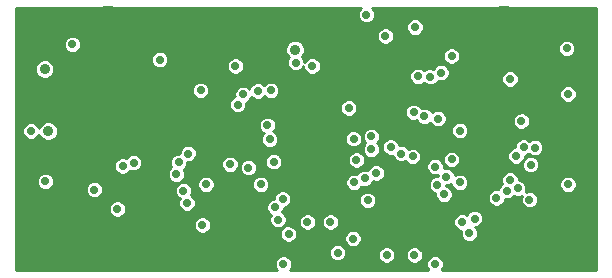
<source format=gbr>
G04 (created by PCBNEW (2013-mar-13)-testing) date Mon 17 Mar 2014 10:10:55 PM CET*
%MOIN*%
G04 Gerber Fmt 3.4, Leading zero omitted, Abs format*
%FSLAX34Y34*%
G01*
G70*
G90*
G04 APERTURE LIST*
%ADD10C,0.005906*%
%ADD11C,0.175197*%
%ADD12C,0.027795*%
%ADD13C,0.035433*%
%ADD14C,0.010000*%
G04 APERTURE END LIST*
G54D10*
G54D11*
X29035Y-11220D03*
X29035Y-18307D03*
X15846Y-18307D03*
X15846Y-11220D03*
G54D12*
X28051Y-17421D03*
X27637Y-17539D03*
X21141Y-14311D03*
X29685Y-15039D03*
X29429Y-15334D03*
X16141Y-17106D03*
X21673Y-18937D03*
X26732Y-18937D03*
X15374Y-16456D03*
X14645Y-11614D03*
X24448Y-10629D03*
X26830Y-14094D03*
X26377Y-14015D03*
X26023Y-13877D03*
X27106Y-16023D03*
X26732Y-15688D03*
X26574Y-12696D03*
X26161Y-12677D03*
X24780Y-15900D03*
X27559Y-16220D03*
X21259Y-13149D03*
X29232Y-16141D03*
X27283Y-12007D03*
X27283Y-15452D03*
X25078Y-11338D03*
X26929Y-12559D03*
X26062Y-11043D03*
X27559Y-14488D03*
X24015Y-14763D03*
X21220Y-14780D03*
X18464Y-16909D03*
X24488Y-16811D03*
X18188Y-15551D03*
X24606Y-15118D03*
X20511Y-15728D03*
X16685Y-15559D03*
X18346Y-16496D03*
X18503Y-15255D03*
X19901Y-15610D03*
X24606Y-14685D03*
X24035Y-16220D03*
X21397Y-17047D03*
X24389Y-16082D03*
X21653Y-16771D03*
X21850Y-17933D03*
X23484Y-18562D03*
X18110Y-15944D03*
X18917Y-13149D03*
X19094Y-16279D03*
X20925Y-16279D03*
X20157Y-13622D03*
X27027Y-16614D03*
X28779Y-16732D03*
X26811Y-16299D03*
X29133Y-16496D03*
X23996Y-18090D03*
X23248Y-17539D03*
X29488Y-16417D03*
X29881Y-16791D03*
X30059Y-15059D03*
X29921Y-15629D03*
X25610Y-15255D03*
X20826Y-13169D03*
X20334Y-13287D03*
X25255Y-15039D03*
G54D13*
X13838Y-14507D03*
G54D12*
X31122Y-11751D03*
X31161Y-13267D03*
X31161Y-16279D03*
X13740Y-16181D03*
X13267Y-14507D03*
X17559Y-12125D03*
X21358Y-15531D03*
X24114Y-15472D03*
G54D13*
X13720Y-12440D03*
G54D12*
X25984Y-15354D03*
X20078Y-12342D03*
X15586Y-14826D03*
X18897Y-12716D03*
X19023Y-16960D03*
G54D13*
X13740Y-12933D03*
X14212Y-10748D03*
G54D12*
X17362Y-17007D03*
X22204Y-13996D03*
X20826Y-14074D03*
X19015Y-15275D03*
X21870Y-16456D03*
G54D13*
X18956Y-13582D03*
G54D12*
X16692Y-16240D03*
X20275Y-17519D03*
X18228Y-18149D03*
X26259Y-16003D03*
X27401Y-18779D03*
X21555Y-11811D03*
X24488Y-18641D03*
X22027Y-12933D03*
X28307Y-13740D03*
X29606Y-14665D03*
X21692Y-16062D03*
X23858Y-12992D03*
X31102Y-12500D03*
X31102Y-17027D03*
X13779Y-17027D03*
X26043Y-18641D03*
X22637Y-12342D03*
X22086Y-12224D03*
X18976Y-17637D03*
X21496Y-17460D03*
X16318Y-15669D03*
X29606Y-14173D03*
G54D13*
X22066Y-11791D03*
G54D12*
X29232Y-12775D03*
X23858Y-13740D03*
X22480Y-17539D03*
X27874Y-17913D03*
X25118Y-18641D03*
G54D10*
G36*
X32113Y-19121D02*
X31450Y-19121D01*
X31450Y-16222D01*
X31450Y-13210D01*
X31411Y-13115D01*
X31411Y-11694D01*
X31367Y-11588D01*
X31285Y-11507D01*
X31179Y-11463D01*
X31064Y-11462D01*
X30958Y-11506D01*
X30877Y-11588D01*
X30833Y-11694D01*
X30833Y-11809D01*
X30876Y-11915D01*
X30958Y-11996D01*
X31064Y-12040D01*
X31179Y-12040D01*
X31285Y-11997D01*
X31366Y-11915D01*
X31410Y-11809D01*
X31411Y-11694D01*
X31411Y-13115D01*
X31406Y-13104D01*
X31325Y-13022D01*
X31219Y-12978D01*
X31104Y-12978D01*
X30997Y-13022D01*
X30916Y-13103D01*
X30872Y-13209D01*
X30872Y-13324D01*
X30916Y-13431D01*
X30997Y-13512D01*
X31103Y-13556D01*
X31218Y-13556D01*
X31324Y-13512D01*
X31406Y-13431D01*
X31450Y-13325D01*
X31450Y-13210D01*
X31450Y-16222D01*
X31406Y-16116D01*
X31325Y-16034D01*
X31219Y-15990D01*
X31104Y-15990D01*
X30997Y-16034D01*
X30916Y-16115D01*
X30872Y-16221D01*
X30872Y-16336D01*
X30916Y-16443D01*
X30997Y-16524D01*
X31103Y-16568D01*
X31218Y-16568D01*
X31324Y-16524D01*
X31406Y-16443D01*
X31450Y-16337D01*
X31450Y-16222D01*
X31450Y-19121D01*
X30348Y-19121D01*
X30348Y-15001D01*
X30304Y-14895D01*
X30222Y-14814D01*
X30116Y-14770D01*
X30001Y-14770D01*
X29895Y-14813D01*
X29895Y-14814D01*
X29895Y-14115D01*
X29851Y-14009D01*
X29770Y-13928D01*
X29664Y-13884D01*
X29549Y-13884D01*
X29521Y-13895D01*
X29521Y-12718D01*
X29477Y-12612D01*
X29396Y-12530D01*
X29290Y-12486D01*
X29175Y-12486D01*
X29068Y-12530D01*
X28987Y-12611D01*
X28943Y-12717D01*
X28943Y-12832D01*
X28987Y-12939D01*
X29068Y-13020D01*
X29174Y-13064D01*
X29289Y-13064D01*
X29395Y-13020D01*
X29477Y-12939D01*
X29521Y-12833D01*
X29521Y-12718D01*
X29521Y-13895D01*
X29442Y-13928D01*
X29361Y-14009D01*
X29317Y-14115D01*
X29317Y-14230D01*
X29361Y-14336D01*
X29442Y-14418D01*
X29548Y-14462D01*
X29663Y-14462D01*
X29769Y-14418D01*
X29851Y-14337D01*
X29895Y-14230D01*
X29895Y-14115D01*
X29895Y-14814D01*
X29881Y-14827D01*
X29848Y-14794D01*
X29742Y-14750D01*
X29627Y-14750D01*
X29521Y-14794D01*
X29440Y-14875D01*
X29396Y-14981D01*
X29396Y-15045D01*
X29371Y-15045D01*
X29265Y-15089D01*
X29184Y-15170D01*
X29140Y-15276D01*
X29140Y-15391D01*
X29184Y-15498D01*
X29265Y-15579D01*
X29371Y-15623D01*
X29486Y-15623D01*
X29592Y-15579D01*
X29655Y-15517D01*
X29632Y-15572D01*
X29632Y-15687D01*
X29676Y-15793D01*
X29757Y-15874D01*
X29863Y-15918D01*
X29978Y-15918D01*
X30084Y-15875D01*
X30166Y-15793D01*
X30210Y-15687D01*
X30210Y-15572D01*
X30166Y-15466D01*
X30085Y-15385D01*
X29978Y-15340D01*
X29864Y-15340D01*
X29757Y-15384D01*
X29695Y-15447D01*
X29718Y-15392D01*
X29718Y-15328D01*
X29742Y-15328D01*
X29848Y-15284D01*
X29862Y-15270D01*
X29895Y-15303D01*
X30001Y-15347D01*
X30116Y-15348D01*
X30222Y-15304D01*
X30303Y-15222D01*
X30347Y-15116D01*
X30348Y-15001D01*
X30348Y-19121D01*
X30170Y-19121D01*
X30170Y-16734D01*
X30127Y-16627D01*
X30045Y-16546D01*
X29939Y-16502D01*
X29824Y-16502D01*
X29753Y-16531D01*
X29777Y-16475D01*
X29777Y-16360D01*
X29733Y-16253D01*
X29652Y-16172D01*
X29545Y-16128D01*
X29521Y-16128D01*
X29521Y-16084D01*
X29477Y-15978D01*
X29396Y-15896D01*
X29290Y-15852D01*
X29175Y-15852D01*
X29068Y-15896D01*
X28987Y-15977D01*
X28943Y-16083D01*
X28943Y-16198D01*
X28966Y-16254D01*
X28889Y-16332D01*
X28844Y-16438D01*
X28844Y-16446D01*
X28837Y-16443D01*
X28722Y-16443D01*
X28616Y-16487D01*
X28534Y-16568D01*
X28490Y-16674D01*
X28490Y-16789D01*
X28534Y-16895D01*
X28615Y-16977D01*
X28721Y-17021D01*
X28836Y-17021D01*
X28943Y-16977D01*
X29024Y-16896D01*
X29068Y-16790D01*
X29068Y-16781D01*
X29076Y-16784D01*
X29191Y-16785D01*
X29297Y-16741D01*
X29361Y-16677D01*
X29430Y-16706D01*
X29545Y-16706D01*
X29616Y-16676D01*
X29592Y-16733D01*
X29592Y-16848D01*
X29636Y-16954D01*
X29717Y-17036D01*
X29824Y-17080D01*
X29939Y-17080D01*
X30045Y-17036D01*
X30126Y-16955D01*
X30170Y-16849D01*
X30170Y-16734D01*
X30170Y-19121D01*
X28340Y-19121D01*
X28340Y-17364D01*
X28296Y-17257D01*
X28215Y-17176D01*
X28108Y-17132D01*
X27993Y-17132D01*
X27887Y-17176D01*
X27848Y-17215D01*
X27848Y-16163D01*
X27848Y-14430D01*
X27804Y-14324D01*
X27722Y-14243D01*
X27616Y-14199D01*
X27572Y-14199D01*
X27572Y-11950D01*
X27528Y-11844D01*
X27447Y-11763D01*
X27341Y-11718D01*
X27226Y-11718D01*
X27119Y-11762D01*
X27038Y-11843D01*
X26994Y-11950D01*
X26994Y-12065D01*
X27038Y-12171D01*
X27119Y-12252D01*
X27225Y-12296D01*
X27340Y-12296D01*
X27446Y-12252D01*
X27528Y-12171D01*
X27572Y-12065D01*
X27572Y-11950D01*
X27572Y-14199D01*
X27501Y-14199D01*
X27395Y-14243D01*
X27314Y-14324D01*
X27270Y-14430D01*
X27270Y-14545D01*
X27313Y-14651D01*
X27395Y-14733D01*
X27501Y-14777D01*
X27616Y-14777D01*
X27722Y-14733D01*
X27803Y-14652D01*
X27847Y-14545D01*
X27848Y-14430D01*
X27848Y-16163D01*
X27804Y-16056D01*
X27722Y-15975D01*
X27616Y-15931D01*
X27572Y-15931D01*
X27572Y-15395D01*
X27528Y-15289D01*
X27447Y-15207D01*
X27341Y-15163D01*
X27226Y-15163D01*
X27218Y-15167D01*
X27218Y-12501D01*
X27174Y-12395D01*
X27093Y-12314D01*
X26986Y-12270D01*
X26871Y-12270D01*
X26765Y-12313D01*
X26684Y-12395D01*
X26672Y-12424D01*
X26632Y-12407D01*
X26517Y-12407D01*
X26411Y-12451D01*
X26377Y-12485D01*
X26352Y-12459D01*
X26352Y-10986D01*
X26308Y-10879D01*
X26226Y-10798D01*
X26120Y-10754D01*
X26005Y-10754D01*
X25899Y-10798D01*
X25818Y-10879D01*
X25774Y-10985D01*
X25773Y-11100D01*
X25817Y-11206D01*
X25899Y-11288D01*
X26005Y-11332D01*
X26120Y-11332D01*
X26226Y-11288D01*
X26307Y-11207D01*
X26351Y-11101D01*
X26352Y-10986D01*
X26352Y-12459D01*
X26325Y-12432D01*
X26219Y-12388D01*
X26104Y-12388D01*
X25997Y-12432D01*
X25916Y-12513D01*
X25872Y-12619D01*
X25872Y-12734D01*
X25916Y-12840D01*
X25997Y-12922D01*
X26103Y-12966D01*
X26218Y-12966D01*
X26324Y-12922D01*
X26358Y-12888D01*
X26410Y-12941D01*
X26517Y-12985D01*
X26632Y-12985D01*
X26738Y-12941D01*
X26819Y-12860D01*
X26831Y-12831D01*
X26871Y-12847D01*
X26986Y-12848D01*
X27092Y-12804D01*
X27173Y-12722D01*
X27218Y-12616D01*
X27218Y-12501D01*
X27218Y-15167D01*
X27119Y-15207D01*
X27119Y-15207D01*
X27119Y-14037D01*
X27075Y-13931D01*
X26994Y-13849D01*
X26888Y-13805D01*
X26773Y-13805D01*
X26667Y-13849D01*
X26635Y-13881D01*
X26623Y-13852D01*
X26541Y-13770D01*
X26435Y-13726D01*
X26320Y-13726D01*
X26280Y-13743D01*
X26268Y-13714D01*
X26187Y-13633D01*
X26081Y-13589D01*
X25966Y-13588D01*
X25860Y-13632D01*
X25778Y-13714D01*
X25734Y-13820D01*
X25734Y-13935D01*
X25778Y-14041D01*
X25859Y-14122D01*
X25965Y-14166D01*
X26080Y-14166D01*
X26120Y-14150D01*
X26132Y-14179D01*
X26214Y-14260D01*
X26320Y-14304D01*
X26435Y-14304D01*
X26541Y-14260D01*
X26573Y-14228D01*
X26585Y-14257D01*
X26666Y-14339D01*
X26772Y-14383D01*
X26887Y-14383D01*
X26994Y-14339D01*
X27075Y-14258D01*
X27119Y-14152D01*
X27119Y-14037D01*
X27119Y-15207D01*
X27038Y-15288D01*
X26994Y-15395D01*
X26994Y-15509D01*
X27038Y-15616D01*
X27119Y-15697D01*
X27225Y-15741D01*
X27340Y-15741D01*
X27446Y-15697D01*
X27528Y-15616D01*
X27572Y-15510D01*
X27572Y-15395D01*
X27572Y-15931D01*
X27501Y-15931D01*
X27395Y-15975D01*
X27395Y-15975D01*
X27395Y-15966D01*
X27351Y-15860D01*
X27270Y-15778D01*
X27164Y-15734D01*
X27049Y-15734D01*
X27021Y-15746D01*
X27021Y-15631D01*
X26977Y-15525D01*
X26896Y-15444D01*
X26790Y-15400D01*
X26675Y-15399D01*
X26568Y-15443D01*
X26487Y-15525D01*
X26443Y-15631D01*
X26443Y-15746D01*
X26487Y-15852D01*
X26568Y-15933D01*
X26674Y-15977D01*
X26789Y-15978D01*
X26817Y-15966D01*
X26817Y-16010D01*
X26753Y-16010D01*
X26647Y-16054D01*
X26566Y-16135D01*
X26522Y-16241D01*
X26521Y-16356D01*
X26565Y-16462D01*
X26647Y-16544D01*
X26738Y-16582D01*
X26738Y-16671D01*
X26782Y-16777D01*
X26863Y-16859D01*
X26969Y-16903D01*
X27084Y-16903D01*
X27191Y-16859D01*
X27272Y-16778D01*
X27316Y-16671D01*
X27316Y-16556D01*
X27272Y-16450D01*
X27191Y-16369D01*
X27099Y-16331D01*
X27099Y-16312D01*
X27163Y-16312D01*
X27269Y-16268D01*
X27270Y-16268D01*
X27270Y-16277D01*
X27313Y-16383D01*
X27395Y-16465D01*
X27501Y-16509D01*
X27616Y-16509D01*
X27722Y-16465D01*
X27803Y-16384D01*
X27847Y-16278D01*
X27848Y-16163D01*
X27848Y-17215D01*
X27806Y-17257D01*
X27792Y-17290D01*
X27695Y-17250D01*
X27580Y-17250D01*
X27474Y-17294D01*
X27392Y-17375D01*
X27348Y-17481D01*
X27348Y-17596D01*
X27392Y-17702D01*
X27473Y-17784D01*
X27580Y-17828D01*
X27596Y-17828D01*
X27585Y-17855D01*
X27584Y-17970D01*
X27628Y-18076D01*
X27710Y-18158D01*
X27816Y-18202D01*
X27931Y-18202D01*
X28037Y-18158D01*
X28118Y-18077D01*
X28162Y-17971D01*
X28163Y-17856D01*
X28119Y-17749D01*
X28079Y-17710D01*
X28108Y-17710D01*
X28214Y-17666D01*
X28296Y-17585D01*
X28340Y-17478D01*
X28340Y-17364D01*
X28340Y-19121D01*
X26956Y-19121D01*
X26977Y-19100D01*
X27021Y-18994D01*
X27021Y-18879D01*
X26977Y-18773D01*
X26896Y-18692D01*
X26790Y-18648D01*
X26675Y-18647D01*
X26568Y-18691D01*
X26487Y-18773D01*
X26443Y-18879D01*
X26443Y-18994D01*
X26487Y-19100D01*
X26508Y-19121D01*
X26332Y-19121D01*
X26332Y-18584D01*
X26288Y-18478D01*
X26273Y-18463D01*
X26273Y-15297D01*
X26229Y-15190D01*
X26148Y-15109D01*
X26041Y-15065D01*
X25927Y-15065D01*
X25856Y-15094D01*
X25855Y-15092D01*
X25774Y-15011D01*
X25667Y-14966D01*
X25553Y-14966D01*
X25540Y-14971D01*
X25501Y-14875D01*
X25419Y-14794D01*
X25367Y-14772D01*
X25367Y-11281D01*
X25323Y-11175D01*
X25242Y-11093D01*
X25136Y-11049D01*
X25021Y-11049D01*
X24915Y-11093D01*
X24833Y-11174D01*
X24789Y-11280D01*
X24789Y-11395D01*
X24833Y-11502D01*
X24914Y-11583D01*
X25021Y-11627D01*
X25135Y-11627D01*
X25242Y-11583D01*
X25323Y-11502D01*
X25367Y-11396D01*
X25367Y-11281D01*
X25367Y-14772D01*
X25313Y-14750D01*
X25198Y-14750D01*
X25092Y-14794D01*
X25011Y-14875D01*
X24966Y-14981D01*
X24966Y-15096D01*
X25010Y-15202D01*
X25091Y-15284D01*
X25198Y-15328D01*
X25313Y-15328D01*
X25325Y-15323D01*
X25365Y-15419D01*
X25446Y-15500D01*
X25552Y-15544D01*
X25667Y-15544D01*
X25738Y-15515D01*
X25739Y-15517D01*
X25820Y-15599D01*
X25926Y-15643D01*
X26041Y-15643D01*
X26147Y-15599D01*
X26229Y-15518D01*
X26273Y-15412D01*
X26273Y-15297D01*
X26273Y-18463D01*
X26207Y-18396D01*
X26101Y-18352D01*
X25986Y-18352D01*
X25879Y-18396D01*
X25798Y-18477D01*
X25754Y-18583D01*
X25754Y-18698D01*
X25798Y-18805D01*
X25879Y-18886D01*
X25985Y-18930D01*
X26100Y-18930D01*
X26206Y-18886D01*
X26288Y-18805D01*
X26332Y-18699D01*
X26332Y-18584D01*
X26332Y-19121D01*
X25407Y-19121D01*
X25407Y-18584D01*
X25363Y-18478D01*
X25282Y-18396D01*
X25175Y-18352D01*
X25069Y-18352D01*
X25069Y-15842D01*
X25025Y-15736D01*
X24943Y-15655D01*
X24895Y-15634D01*
X24895Y-15060D01*
X24851Y-14954D01*
X24798Y-14901D01*
X24851Y-14848D01*
X24895Y-14742D01*
X24895Y-14627D01*
X24851Y-14521D01*
X24770Y-14440D01*
X24664Y-14396D01*
X24549Y-14396D01*
X24442Y-14439D01*
X24361Y-14521D01*
X24317Y-14627D01*
X24317Y-14742D01*
X24361Y-14848D01*
X24414Y-14901D01*
X24361Y-14954D01*
X24317Y-15060D01*
X24317Y-15175D01*
X24361Y-15281D01*
X24442Y-15362D01*
X24548Y-15407D01*
X24663Y-15407D01*
X24769Y-15363D01*
X24851Y-15282D01*
X24895Y-15175D01*
X24895Y-15060D01*
X24895Y-15634D01*
X24837Y-15611D01*
X24722Y-15610D01*
X24616Y-15654D01*
X24535Y-15736D01*
X24501Y-15816D01*
X24447Y-15793D01*
X24403Y-15793D01*
X24403Y-15415D01*
X24359Y-15308D01*
X24304Y-15254D01*
X24304Y-14706D01*
X24260Y-14600D01*
X24179Y-14518D01*
X24147Y-14505D01*
X24147Y-13682D01*
X24103Y-13576D01*
X24022Y-13495D01*
X23916Y-13451D01*
X23801Y-13451D01*
X23694Y-13495D01*
X23613Y-13576D01*
X23569Y-13682D01*
X23569Y-13797D01*
X23613Y-13903D01*
X23694Y-13984D01*
X23800Y-14029D01*
X23915Y-14029D01*
X24021Y-13985D01*
X24103Y-13904D01*
X24147Y-13797D01*
X24147Y-13682D01*
X24147Y-14505D01*
X24073Y-14474D01*
X23958Y-14474D01*
X23852Y-14518D01*
X23770Y-14599D01*
X23726Y-14706D01*
X23726Y-14821D01*
X23770Y-14927D01*
X23851Y-15008D01*
X23958Y-15052D01*
X24072Y-15052D01*
X24179Y-15008D01*
X24260Y-14927D01*
X24304Y-14821D01*
X24304Y-14706D01*
X24304Y-15254D01*
X24278Y-15227D01*
X24171Y-15183D01*
X24056Y-15183D01*
X23950Y-15227D01*
X23869Y-15308D01*
X23825Y-15414D01*
X23825Y-15529D01*
X23869Y-15635D01*
X23950Y-15717D01*
X24056Y-15761D01*
X24171Y-15761D01*
X24277Y-15717D01*
X24359Y-15636D01*
X24403Y-15530D01*
X24403Y-15415D01*
X24403Y-15793D01*
X24332Y-15793D01*
X24226Y-15837D01*
X24144Y-15918D01*
X24132Y-15947D01*
X24093Y-15931D01*
X23978Y-15931D01*
X23871Y-15975D01*
X23790Y-16056D01*
X23746Y-16162D01*
X23746Y-16277D01*
X23790Y-16383D01*
X23871Y-16465D01*
X23977Y-16509D01*
X24092Y-16509D01*
X24198Y-16465D01*
X24280Y-16384D01*
X24292Y-16355D01*
X24332Y-16371D01*
X24446Y-16371D01*
X24553Y-16327D01*
X24634Y-16246D01*
X24667Y-16166D01*
X24722Y-16188D01*
X24837Y-16189D01*
X24943Y-16145D01*
X25024Y-16063D01*
X25068Y-15957D01*
X25069Y-15842D01*
X25069Y-18352D01*
X25060Y-18352D01*
X24954Y-18396D01*
X24873Y-18477D01*
X24829Y-18583D01*
X24829Y-18698D01*
X24872Y-18805D01*
X24954Y-18886D01*
X25060Y-18930D01*
X25175Y-18930D01*
X25281Y-18886D01*
X25362Y-18805D01*
X25407Y-18699D01*
X25407Y-18584D01*
X25407Y-19121D01*
X24777Y-19121D01*
X24777Y-16753D01*
X24733Y-16647D01*
X24652Y-16566D01*
X24545Y-16522D01*
X24430Y-16521D01*
X24324Y-16565D01*
X24243Y-16647D01*
X24199Y-16753D01*
X24199Y-16868D01*
X24243Y-16974D01*
X24324Y-17055D01*
X24430Y-17099D01*
X24545Y-17100D01*
X24651Y-17056D01*
X24733Y-16974D01*
X24777Y-16868D01*
X24777Y-16753D01*
X24777Y-19121D01*
X24285Y-19121D01*
X24285Y-18033D01*
X24241Y-17927D01*
X24159Y-17845D01*
X24053Y-17801D01*
X23938Y-17801D01*
X23832Y-17845D01*
X23751Y-17926D01*
X23707Y-18032D01*
X23707Y-18147D01*
X23750Y-18254D01*
X23832Y-18335D01*
X23938Y-18379D01*
X24053Y-18379D01*
X24159Y-18335D01*
X24240Y-18254D01*
X24284Y-18148D01*
X24285Y-18033D01*
X24285Y-19121D01*
X23773Y-19121D01*
X23773Y-18505D01*
X23729Y-18399D01*
X23648Y-18318D01*
X23541Y-18274D01*
X23537Y-18274D01*
X23537Y-17482D01*
X23493Y-17375D01*
X23411Y-17294D01*
X23305Y-17250D01*
X23190Y-17250D01*
X23084Y-17294D01*
X23003Y-17375D01*
X22959Y-17481D01*
X22959Y-17596D01*
X23002Y-17702D01*
X23084Y-17784D01*
X23190Y-17828D01*
X23305Y-17828D01*
X23411Y-17784D01*
X23492Y-17703D01*
X23536Y-17597D01*
X23537Y-17482D01*
X23537Y-18274D01*
X23427Y-18273D01*
X23320Y-18317D01*
X23239Y-18399D01*
X23195Y-18505D01*
X23195Y-18620D01*
X23239Y-18726D01*
X23320Y-18807D01*
X23426Y-18851D01*
X23541Y-18852D01*
X23647Y-18808D01*
X23729Y-18726D01*
X23773Y-18620D01*
X23773Y-18505D01*
X23773Y-19121D01*
X22926Y-19121D01*
X22926Y-12285D01*
X22882Y-12179D01*
X22801Y-12097D01*
X22695Y-12053D01*
X22580Y-12053D01*
X22474Y-12097D01*
X22392Y-12178D01*
X22375Y-12220D01*
X22375Y-12167D01*
X22331Y-12060D01*
X22295Y-12025D01*
X22344Y-11976D01*
X22394Y-11856D01*
X22394Y-11726D01*
X22344Y-11606D01*
X22252Y-11514D01*
X22132Y-11464D01*
X22002Y-11464D01*
X21881Y-11513D01*
X21789Y-11605D01*
X21739Y-11725D01*
X21739Y-11856D01*
X21789Y-11976D01*
X21857Y-12044D01*
X21841Y-12060D01*
X21797Y-12166D01*
X21797Y-12281D01*
X21841Y-12387D01*
X21922Y-12469D01*
X22028Y-12513D01*
X22143Y-12513D01*
X22250Y-12469D01*
X22331Y-12388D01*
X22348Y-12346D01*
X22348Y-12399D01*
X22392Y-12505D01*
X22473Y-12587D01*
X22580Y-12631D01*
X22695Y-12631D01*
X22801Y-12587D01*
X22882Y-12506D01*
X22926Y-12400D01*
X22926Y-12285D01*
X22926Y-19121D01*
X22769Y-19121D01*
X22769Y-17482D01*
X22725Y-17375D01*
X22644Y-17294D01*
X22538Y-17250D01*
X22423Y-17250D01*
X22316Y-17294D01*
X22235Y-17375D01*
X22191Y-17481D01*
X22191Y-17596D01*
X22235Y-17702D01*
X22316Y-17784D01*
X22422Y-17828D01*
X22537Y-17828D01*
X22643Y-17784D01*
X22725Y-17703D01*
X22769Y-17597D01*
X22769Y-17482D01*
X22769Y-19121D01*
X22139Y-19121D01*
X22139Y-17875D01*
X22095Y-17769D01*
X22014Y-17688D01*
X21942Y-17658D01*
X21942Y-16714D01*
X21898Y-16608D01*
X21817Y-16526D01*
X21711Y-16482D01*
X21647Y-16482D01*
X21647Y-15474D01*
X21603Y-15368D01*
X21548Y-15313D01*
X21548Y-13092D01*
X21504Y-12986D01*
X21423Y-12904D01*
X21317Y-12860D01*
X21202Y-12860D01*
X21096Y-12904D01*
X21033Y-12967D01*
X20990Y-12924D01*
X20884Y-12880D01*
X20769Y-12880D01*
X20663Y-12924D01*
X20581Y-13005D01*
X20546Y-13090D01*
X20498Y-13042D01*
X20392Y-12998D01*
X20367Y-12998D01*
X20367Y-12285D01*
X20323Y-12179D01*
X20242Y-12097D01*
X20136Y-12053D01*
X20021Y-12053D01*
X19915Y-12097D01*
X19833Y-12178D01*
X19789Y-12284D01*
X19789Y-12399D01*
X19833Y-12505D01*
X19914Y-12587D01*
X20021Y-12631D01*
X20135Y-12631D01*
X20242Y-12587D01*
X20323Y-12506D01*
X20367Y-12400D01*
X20367Y-12285D01*
X20367Y-12998D01*
X20277Y-12998D01*
X20171Y-13042D01*
X20089Y-13123D01*
X20045Y-13229D01*
X20045Y-13344D01*
X20049Y-13353D01*
X19994Y-13376D01*
X19912Y-13458D01*
X19868Y-13564D01*
X19868Y-13679D01*
X19912Y-13785D01*
X19993Y-13866D01*
X20099Y-13910D01*
X20214Y-13911D01*
X20320Y-13867D01*
X20402Y-13785D01*
X20446Y-13679D01*
X20446Y-13564D01*
X20442Y-13555D01*
X20498Y-13532D01*
X20579Y-13451D01*
X20614Y-13366D01*
X20662Y-13414D01*
X20769Y-13458D01*
X20884Y-13458D01*
X20990Y-13414D01*
X21053Y-13351D01*
X21095Y-13394D01*
X21202Y-13438D01*
X21317Y-13438D01*
X21423Y-13394D01*
X21504Y-13313D01*
X21548Y-13207D01*
X21548Y-13092D01*
X21548Y-15313D01*
X21522Y-15286D01*
X21509Y-15281D01*
X21509Y-14722D01*
X21465Y-14616D01*
X21383Y-14535D01*
X21343Y-14518D01*
X21386Y-14474D01*
X21430Y-14368D01*
X21430Y-14253D01*
X21386Y-14147D01*
X21305Y-14066D01*
X21199Y-14022D01*
X21084Y-14021D01*
X20978Y-14065D01*
X20896Y-14147D01*
X20852Y-14253D01*
X20852Y-14368D01*
X20896Y-14474D01*
X20977Y-14555D01*
X21018Y-14572D01*
X20975Y-14616D01*
X20931Y-14722D01*
X20930Y-14837D01*
X20974Y-14943D01*
X21056Y-15024D01*
X21162Y-15068D01*
X21277Y-15069D01*
X21383Y-15025D01*
X21464Y-14943D01*
X21508Y-14837D01*
X21509Y-14722D01*
X21509Y-15281D01*
X21416Y-15242D01*
X21301Y-15242D01*
X21194Y-15286D01*
X21113Y-15367D01*
X21069Y-15473D01*
X21069Y-15588D01*
X21113Y-15694D01*
X21194Y-15776D01*
X21300Y-15820D01*
X21415Y-15820D01*
X21521Y-15776D01*
X21603Y-15695D01*
X21647Y-15589D01*
X21647Y-15474D01*
X21647Y-16482D01*
X21596Y-16482D01*
X21490Y-16526D01*
X21408Y-16607D01*
X21364Y-16713D01*
X21364Y-16758D01*
X21340Y-16758D01*
X21234Y-16802D01*
X21214Y-16822D01*
X21214Y-16222D01*
X21170Y-16116D01*
X21089Y-16034D01*
X20982Y-15990D01*
X20867Y-15990D01*
X20800Y-16018D01*
X20800Y-15671D01*
X20756Y-15564D01*
X20675Y-15483D01*
X20569Y-15439D01*
X20454Y-15439D01*
X20348Y-15483D01*
X20266Y-15564D01*
X20222Y-15670D01*
X20222Y-15785D01*
X20266Y-15891D01*
X20347Y-15973D01*
X20454Y-16017D01*
X20569Y-16017D01*
X20675Y-15973D01*
X20756Y-15892D01*
X20800Y-15786D01*
X20800Y-15671D01*
X20800Y-16018D01*
X20761Y-16034D01*
X20680Y-16115D01*
X20636Y-16221D01*
X20636Y-16336D01*
X20680Y-16443D01*
X20761Y-16524D01*
X20867Y-16568D01*
X20982Y-16568D01*
X21088Y-16524D01*
X21170Y-16443D01*
X21214Y-16337D01*
X21214Y-16222D01*
X21214Y-16822D01*
X21152Y-16883D01*
X21108Y-16989D01*
X21108Y-17104D01*
X21152Y-17210D01*
X21233Y-17292D01*
X21250Y-17298D01*
X21207Y-17402D01*
X21207Y-17517D01*
X21250Y-17624D01*
X21332Y-17705D01*
X21438Y-17749D01*
X21553Y-17749D01*
X21659Y-17705D01*
X21740Y-17624D01*
X21784Y-17518D01*
X21785Y-17403D01*
X21741Y-17297D01*
X21659Y-17215D01*
X21643Y-17208D01*
X21686Y-17104D01*
X21686Y-17060D01*
X21710Y-17060D01*
X21817Y-17016D01*
X21898Y-16935D01*
X21942Y-16829D01*
X21942Y-16714D01*
X21942Y-17658D01*
X21908Y-17644D01*
X21793Y-17644D01*
X21686Y-17687D01*
X21605Y-17769D01*
X21561Y-17875D01*
X21561Y-17990D01*
X21605Y-18096D01*
X21686Y-18177D01*
X21792Y-18221D01*
X21907Y-18222D01*
X22013Y-18178D01*
X22095Y-18096D01*
X22139Y-17990D01*
X22139Y-17875D01*
X22139Y-19121D01*
X21897Y-19121D01*
X21918Y-19100D01*
X21962Y-18994D01*
X21962Y-18879D01*
X21918Y-18773D01*
X21837Y-18692D01*
X21730Y-18648D01*
X21615Y-18647D01*
X21509Y-18691D01*
X21428Y-18773D01*
X21384Y-18879D01*
X21384Y-18994D01*
X21428Y-19100D01*
X21449Y-19121D01*
X20190Y-19121D01*
X20190Y-15553D01*
X20146Y-15446D01*
X20065Y-15365D01*
X19959Y-15321D01*
X19844Y-15321D01*
X19738Y-15365D01*
X19656Y-15446D01*
X19612Y-15552D01*
X19612Y-15667D01*
X19656Y-15773D01*
X19737Y-15855D01*
X19843Y-15899D01*
X19958Y-15899D01*
X20065Y-15855D01*
X20146Y-15774D01*
X20190Y-15667D01*
X20190Y-15553D01*
X20190Y-19121D01*
X19383Y-19121D01*
X19383Y-16222D01*
X19339Y-16116D01*
X19258Y-16034D01*
X19206Y-16013D01*
X19206Y-13092D01*
X19162Y-12986D01*
X19081Y-12904D01*
X18975Y-12860D01*
X18860Y-12860D01*
X18753Y-12904D01*
X18672Y-12985D01*
X18628Y-13091D01*
X18628Y-13206D01*
X18672Y-13313D01*
X18753Y-13394D01*
X18859Y-13438D01*
X18974Y-13438D01*
X19080Y-13394D01*
X19162Y-13313D01*
X19206Y-13207D01*
X19206Y-13092D01*
X19206Y-16013D01*
X19152Y-15990D01*
X19037Y-15990D01*
X18931Y-16034D01*
X18849Y-16115D01*
X18805Y-16221D01*
X18805Y-16336D01*
X18849Y-16443D01*
X18930Y-16524D01*
X19036Y-16568D01*
X19151Y-16568D01*
X19257Y-16524D01*
X19339Y-16443D01*
X19383Y-16337D01*
X19383Y-16222D01*
X19383Y-19121D01*
X19265Y-19121D01*
X19265Y-17580D01*
X19221Y-17474D01*
X19140Y-17392D01*
X19034Y-17348D01*
X18919Y-17348D01*
X18812Y-17392D01*
X18792Y-17412D01*
X18792Y-15198D01*
X18749Y-15092D01*
X18667Y-15011D01*
X18561Y-14966D01*
X18446Y-14966D01*
X18340Y-15010D01*
X18259Y-15091D01*
X18215Y-15198D01*
X18214Y-15262D01*
X18131Y-15262D01*
X18025Y-15306D01*
X17944Y-15387D01*
X17900Y-15493D01*
X17899Y-15608D01*
X17940Y-15706D01*
X17865Y-15780D01*
X17848Y-15822D01*
X17848Y-12068D01*
X17804Y-11962D01*
X17722Y-11881D01*
X17616Y-11837D01*
X17501Y-11836D01*
X17395Y-11880D01*
X17314Y-11962D01*
X17270Y-12068D01*
X17270Y-12183D01*
X17313Y-12289D01*
X17395Y-12370D01*
X17501Y-12414D01*
X17616Y-12415D01*
X17722Y-12371D01*
X17803Y-12289D01*
X17847Y-12183D01*
X17848Y-12068D01*
X17848Y-15822D01*
X17821Y-15887D01*
X17821Y-16002D01*
X17865Y-16108D01*
X17946Y-16189D01*
X18052Y-16233D01*
X18167Y-16233D01*
X18273Y-16190D01*
X18355Y-16108D01*
X18399Y-16002D01*
X18399Y-15887D01*
X18358Y-15789D01*
X18433Y-15715D01*
X18477Y-15608D01*
X18477Y-15544D01*
X18561Y-15544D01*
X18667Y-15501D01*
X18748Y-15419D01*
X18792Y-15313D01*
X18792Y-15198D01*
X18792Y-17412D01*
X18753Y-17451D01*
X18753Y-16852D01*
X18709Y-16745D01*
X18628Y-16664D01*
X18595Y-16650D01*
X18635Y-16553D01*
X18635Y-16438D01*
X18591Y-16332D01*
X18510Y-16251D01*
X18404Y-16207D01*
X18289Y-16207D01*
X18182Y-16250D01*
X18101Y-16332D01*
X18057Y-16438D01*
X18057Y-16553D01*
X18101Y-16659D01*
X18182Y-16740D01*
X18215Y-16754D01*
X18175Y-16851D01*
X18175Y-16966D01*
X18219Y-17072D01*
X18300Y-17154D01*
X18406Y-17198D01*
X18521Y-17198D01*
X18628Y-17154D01*
X18709Y-17073D01*
X18753Y-16967D01*
X18753Y-16852D01*
X18753Y-17451D01*
X18731Y-17473D01*
X18687Y-17580D01*
X18687Y-17695D01*
X18731Y-17801D01*
X18812Y-17882D01*
X18918Y-17926D01*
X19033Y-17926D01*
X19139Y-17882D01*
X19221Y-17801D01*
X19265Y-17695D01*
X19265Y-17580D01*
X19265Y-19121D01*
X16974Y-19121D01*
X16974Y-15501D01*
X16930Y-15395D01*
X16848Y-15314D01*
X16742Y-15270D01*
X16627Y-15270D01*
X16521Y-15313D01*
X16440Y-15395D01*
X16436Y-15405D01*
X16376Y-15380D01*
X16261Y-15380D01*
X16155Y-15424D01*
X16074Y-15505D01*
X16029Y-15611D01*
X16029Y-15726D01*
X16073Y-15832D01*
X16154Y-15914D01*
X16261Y-15958D01*
X16376Y-15958D01*
X16482Y-15914D01*
X16563Y-15833D01*
X16567Y-15823D01*
X16627Y-15847D01*
X16742Y-15848D01*
X16848Y-15804D01*
X16929Y-15722D01*
X16973Y-15616D01*
X16974Y-15501D01*
X16974Y-19121D01*
X16430Y-19121D01*
X16430Y-17049D01*
X16386Y-16942D01*
X16305Y-16861D01*
X16199Y-16817D01*
X16084Y-16817D01*
X15978Y-16861D01*
X15896Y-16942D01*
X15852Y-17048D01*
X15852Y-17163D01*
X15896Y-17269D01*
X15977Y-17351D01*
X16083Y-17395D01*
X16198Y-17395D01*
X16305Y-17351D01*
X16386Y-17270D01*
X16430Y-17164D01*
X16430Y-17049D01*
X16430Y-19121D01*
X15663Y-19121D01*
X15663Y-16399D01*
X15619Y-16293D01*
X15537Y-16211D01*
X15431Y-16167D01*
X15316Y-16167D01*
X15210Y-16211D01*
X15129Y-16292D01*
X15085Y-16398D01*
X15084Y-16513D01*
X15128Y-16620D01*
X15210Y-16701D01*
X15316Y-16745D01*
X15431Y-16745D01*
X15537Y-16701D01*
X15618Y-16620D01*
X15662Y-16514D01*
X15663Y-16399D01*
X15663Y-19121D01*
X14934Y-19121D01*
X14934Y-11556D01*
X14890Y-11450D01*
X14809Y-11369D01*
X14703Y-11325D01*
X14588Y-11325D01*
X14482Y-11369D01*
X14400Y-11450D01*
X14356Y-11556D01*
X14356Y-11671D01*
X14400Y-11777D01*
X14481Y-11859D01*
X14587Y-11903D01*
X14702Y-11903D01*
X14809Y-11859D01*
X14890Y-11778D01*
X14934Y-11671D01*
X14934Y-11556D01*
X14934Y-19121D01*
X14165Y-19121D01*
X14165Y-14443D01*
X14116Y-14322D01*
X14047Y-14254D01*
X14047Y-12376D01*
X13997Y-12255D01*
X13906Y-12163D01*
X13785Y-12113D01*
X13655Y-12113D01*
X13535Y-12163D01*
X13443Y-12255D01*
X13393Y-12375D01*
X13393Y-12505D01*
X13442Y-12626D01*
X13534Y-12718D01*
X13655Y-12768D01*
X13785Y-12768D01*
X13905Y-12718D01*
X13997Y-12626D01*
X14047Y-12506D01*
X14047Y-12376D01*
X14047Y-14254D01*
X14024Y-14230D01*
X13903Y-14180D01*
X13773Y-14180D01*
X13653Y-14230D01*
X13561Y-14322D01*
X13532Y-14391D01*
X13512Y-14344D01*
X13431Y-14263D01*
X13325Y-14218D01*
X13210Y-14218D01*
X13104Y-14262D01*
X13022Y-14343D01*
X12978Y-14450D01*
X12978Y-14565D01*
X13022Y-14671D01*
X13103Y-14752D01*
X13209Y-14796D01*
X13324Y-14796D01*
X13431Y-14752D01*
X13512Y-14671D01*
X13532Y-14623D01*
X13561Y-14692D01*
X13653Y-14785D01*
X13773Y-14834D01*
X13903Y-14835D01*
X14023Y-14785D01*
X14115Y-14693D01*
X14165Y-14573D01*
X14165Y-14443D01*
X14165Y-19121D01*
X14029Y-19121D01*
X14029Y-16123D01*
X13985Y-16017D01*
X13904Y-15936D01*
X13797Y-15892D01*
X13682Y-15892D01*
X13576Y-15935D01*
X13495Y-16017D01*
X13451Y-16123D01*
X13451Y-16238D01*
X13495Y-16344D01*
X13576Y-16425D01*
X13682Y-16470D01*
X13797Y-16470D01*
X13903Y-16426D01*
X13984Y-16345D01*
X14029Y-16238D01*
X14029Y-16123D01*
X14029Y-19121D01*
X12768Y-19121D01*
X12768Y-10405D01*
X24264Y-10405D01*
X24203Y-10466D01*
X24159Y-10572D01*
X24159Y-10687D01*
X24203Y-10793D01*
X24284Y-10874D01*
X24391Y-10918D01*
X24506Y-10918D01*
X24612Y-10875D01*
X24693Y-10793D01*
X24737Y-10687D01*
X24737Y-10572D01*
X24693Y-10466D01*
X24633Y-10405D01*
X32113Y-10405D01*
X32113Y-19121D01*
X32113Y-19121D01*
G37*
G54D14*
X32113Y-19121D02*
X31450Y-19121D01*
X31450Y-16222D01*
X31450Y-13210D01*
X31411Y-13115D01*
X31411Y-11694D01*
X31367Y-11588D01*
X31285Y-11507D01*
X31179Y-11463D01*
X31064Y-11462D01*
X30958Y-11506D01*
X30877Y-11588D01*
X30833Y-11694D01*
X30833Y-11809D01*
X30876Y-11915D01*
X30958Y-11996D01*
X31064Y-12040D01*
X31179Y-12040D01*
X31285Y-11997D01*
X31366Y-11915D01*
X31410Y-11809D01*
X31411Y-11694D01*
X31411Y-13115D01*
X31406Y-13104D01*
X31325Y-13022D01*
X31219Y-12978D01*
X31104Y-12978D01*
X30997Y-13022D01*
X30916Y-13103D01*
X30872Y-13209D01*
X30872Y-13324D01*
X30916Y-13431D01*
X30997Y-13512D01*
X31103Y-13556D01*
X31218Y-13556D01*
X31324Y-13512D01*
X31406Y-13431D01*
X31450Y-13325D01*
X31450Y-13210D01*
X31450Y-16222D01*
X31406Y-16116D01*
X31325Y-16034D01*
X31219Y-15990D01*
X31104Y-15990D01*
X30997Y-16034D01*
X30916Y-16115D01*
X30872Y-16221D01*
X30872Y-16336D01*
X30916Y-16443D01*
X30997Y-16524D01*
X31103Y-16568D01*
X31218Y-16568D01*
X31324Y-16524D01*
X31406Y-16443D01*
X31450Y-16337D01*
X31450Y-16222D01*
X31450Y-19121D01*
X30348Y-19121D01*
X30348Y-15001D01*
X30304Y-14895D01*
X30222Y-14814D01*
X30116Y-14770D01*
X30001Y-14770D01*
X29895Y-14813D01*
X29895Y-14814D01*
X29895Y-14115D01*
X29851Y-14009D01*
X29770Y-13928D01*
X29664Y-13884D01*
X29549Y-13884D01*
X29521Y-13895D01*
X29521Y-12718D01*
X29477Y-12612D01*
X29396Y-12530D01*
X29290Y-12486D01*
X29175Y-12486D01*
X29068Y-12530D01*
X28987Y-12611D01*
X28943Y-12717D01*
X28943Y-12832D01*
X28987Y-12939D01*
X29068Y-13020D01*
X29174Y-13064D01*
X29289Y-13064D01*
X29395Y-13020D01*
X29477Y-12939D01*
X29521Y-12833D01*
X29521Y-12718D01*
X29521Y-13895D01*
X29442Y-13928D01*
X29361Y-14009D01*
X29317Y-14115D01*
X29317Y-14230D01*
X29361Y-14336D01*
X29442Y-14418D01*
X29548Y-14462D01*
X29663Y-14462D01*
X29769Y-14418D01*
X29851Y-14337D01*
X29895Y-14230D01*
X29895Y-14115D01*
X29895Y-14814D01*
X29881Y-14827D01*
X29848Y-14794D01*
X29742Y-14750D01*
X29627Y-14750D01*
X29521Y-14794D01*
X29440Y-14875D01*
X29396Y-14981D01*
X29396Y-15045D01*
X29371Y-15045D01*
X29265Y-15089D01*
X29184Y-15170D01*
X29140Y-15276D01*
X29140Y-15391D01*
X29184Y-15498D01*
X29265Y-15579D01*
X29371Y-15623D01*
X29486Y-15623D01*
X29592Y-15579D01*
X29655Y-15517D01*
X29632Y-15572D01*
X29632Y-15687D01*
X29676Y-15793D01*
X29757Y-15874D01*
X29863Y-15918D01*
X29978Y-15918D01*
X30084Y-15875D01*
X30166Y-15793D01*
X30210Y-15687D01*
X30210Y-15572D01*
X30166Y-15466D01*
X30085Y-15385D01*
X29978Y-15340D01*
X29864Y-15340D01*
X29757Y-15384D01*
X29695Y-15447D01*
X29718Y-15392D01*
X29718Y-15328D01*
X29742Y-15328D01*
X29848Y-15284D01*
X29862Y-15270D01*
X29895Y-15303D01*
X30001Y-15347D01*
X30116Y-15348D01*
X30222Y-15304D01*
X30303Y-15222D01*
X30347Y-15116D01*
X30348Y-15001D01*
X30348Y-19121D01*
X30170Y-19121D01*
X30170Y-16734D01*
X30127Y-16627D01*
X30045Y-16546D01*
X29939Y-16502D01*
X29824Y-16502D01*
X29753Y-16531D01*
X29777Y-16475D01*
X29777Y-16360D01*
X29733Y-16253D01*
X29652Y-16172D01*
X29545Y-16128D01*
X29521Y-16128D01*
X29521Y-16084D01*
X29477Y-15978D01*
X29396Y-15896D01*
X29290Y-15852D01*
X29175Y-15852D01*
X29068Y-15896D01*
X28987Y-15977D01*
X28943Y-16083D01*
X28943Y-16198D01*
X28966Y-16254D01*
X28889Y-16332D01*
X28844Y-16438D01*
X28844Y-16446D01*
X28837Y-16443D01*
X28722Y-16443D01*
X28616Y-16487D01*
X28534Y-16568D01*
X28490Y-16674D01*
X28490Y-16789D01*
X28534Y-16895D01*
X28615Y-16977D01*
X28721Y-17021D01*
X28836Y-17021D01*
X28943Y-16977D01*
X29024Y-16896D01*
X29068Y-16790D01*
X29068Y-16781D01*
X29076Y-16784D01*
X29191Y-16785D01*
X29297Y-16741D01*
X29361Y-16677D01*
X29430Y-16706D01*
X29545Y-16706D01*
X29616Y-16676D01*
X29592Y-16733D01*
X29592Y-16848D01*
X29636Y-16954D01*
X29717Y-17036D01*
X29824Y-17080D01*
X29939Y-17080D01*
X30045Y-17036D01*
X30126Y-16955D01*
X30170Y-16849D01*
X30170Y-16734D01*
X30170Y-19121D01*
X28340Y-19121D01*
X28340Y-17364D01*
X28296Y-17257D01*
X28215Y-17176D01*
X28108Y-17132D01*
X27993Y-17132D01*
X27887Y-17176D01*
X27848Y-17215D01*
X27848Y-16163D01*
X27848Y-14430D01*
X27804Y-14324D01*
X27722Y-14243D01*
X27616Y-14199D01*
X27572Y-14199D01*
X27572Y-11950D01*
X27528Y-11844D01*
X27447Y-11763D01*
X27341Y-11718D01*
X27226Y-11718D01*
X27119Y-11762D01*
X27038Y-11843D01*
X26994Y-11950D01*
X26994Y-12065D01*
X27038Y-12171D01*
X27119Y-12252D01*
X27225Y-12296D01*
X27340Y-12296D01*
X27446Y-12252D01*
X27528Y-12171D01*
X27572Y-12065D01*
X27572Y-11950D01*
X27572Y-14199D01*
X27501Y-14199D01*
X27395Y-14243D01*
X27314Y-14324D01*
X27270Y-14430D01*
X27270Y-14545D01*
X27313Y-14651D01*
X27395Y-14733D01*
X27501Y-14777D01*
X27616Y-14777D01*
X27722Y-14733D01*
X27803Y-14652D01*
X27847Y-14545D01*
X27848Y-14430D01*
X27848Y-16163D01*
X27804Y-16056D01*
X27722Y-15975D01*
X27616Y-15931D01*
X27572Y-15931D01*
X27572Y-15395D01*
X27528Y-15289D01*
X27447Y-15207D01*
X27341Y-15163D01*
X27226Y-15163D01*
X27218Y-15167D01*
X27218Y-12501D01*
X27174Y-12395D01*
X27093Y-12314D01*
X26986Y-12270D01*
X26871Y-12270D01*
X26765Y-12313D01*
X26684Y-12395D01*
X26672Y-12424D01*
X26632Y-12407D01*
X26517Y-12407D01*
X26411Y-12451D01*
X26377Y-12485D01*
X26352Y-12459D01*
X26352Y-10986D01*
X26308Y-10879D01*
X26226Y-10798D01*
X26120Y-10754D01*
X26005Y-10754D01*
X25899Y-10798D01*
X25818Y-10879D01*
X25774Y-10985D01*
X25773Y-11100D01*
X25817Y-11206D01*
X25899Y-11288D01*
X26005Y-11332D01*
X26120Y-11332D01*
X26226Y-11288D01*
X26307Y-11207D01*
X26351Y-11101D01*
X26352Y-10986D01*
X26352Y-12459D01*
X26325Y-12432D01*
X26219Y-12388D01*
X26104Y-12388D01*
X25997Y-12432D01*
X25916Y-12513D01*
X25872Y-12619D01*
X25872Y-12734D01*
X25916Y-12840D01*
X25997Y-12922D01*
X26103Y-12966D01*
X26218Y-12966D01*
X26324Y-12922D01*
X26358Y-12888D01*
X26410Y-12941D01*
X26517Y-12985D01*
X26632Y-12985D01*
X26738Y-12941D01*
X26819Y-12860D01*
X26831Y-12831D01*
X26871Y-12847D01*
X26986Y-12848D01*
X27092Y-12804D01*
X27173Y-12722D01*
X27218Y-12616D01*
X27218Y-12501D01*
X27218Y-15167D01*
X27119Y-15207D01*
X27119Y-15207D01*
X27119Y-14037D01*
X27075Y-13931D01*
X26994Y-13849D01*
X26888Y-13805D01*
X26773Y-13805D01*
X26667Y-13849D01*
X26635Y-13881D01*
X26623Y-13852D01*
X26541Y-13770D01*
X26435Y-13726D01*
X26320Y-13726D01*
X26280Y-13743D01*
X26268Y-13714D01*
X26187Y-13633D01*
X26081Y-13589D01*
X25966Y-13588D01*
X25860Y-13632D01*
X25778Y-13714D01*
X25734Y-13820D01*
X25734Y-13935D01*
X25778Y-14041D01*
X25859Y-14122D01*
X25965Y-14166D01*
X26080Y-14166D01*
X26120Y-14150D01*
X26132Y-14179D01*
X26214Y-14260D01*
X26320Y-14304D01*
X26435Y-14304D01*
X26541Y-14260D01*
X26573Y-14228D01*
X26585Y-14257D01*
X26666Y-14339D01*
X26772Y-14383D01*
X26887Y-14383D01*
X26994Y-14339D01*
X27075Y-14258D01*
X27119Y-14152D01*
X27119Y-14037D01*
X27119Y-15207D01*
X27038Y-15288D01*
X26994Y-15395D01*
X26994Y-15509D01*
X27038Y-15616D01*
X27119Y-15697D01*
X27225Y-15741D01*
X27340Y-15741D01*
X27446Y-15697D01*
X27528Y-15616D01*
X27572Y-15510D01*
X27572Y-15395D01*
X27572Y-15931D01*
X27501Y-15931D01*
X27395Y-15975D01*
X27395Y-15975D01*
X27395Y-15966D01*
X27351Y-15860D01*
X27270Y-15778D01*
X27164Y-15734D01*
X27049Y-15734D01*
X27021Y-15746D01*
X27021Y-15631D01*
X26977Y-15525D01*
X26896Y-15444D01*
X26790Y-15400D01*
X26675Y-15399D01*
X26568Y-15443D01*
X26487Y-15525D01*
X26443Y-15631D01*
X26443Y-15746D01*
X26487Y-15852D01*
X26568Y-15933D01*
X26674Y-15977D01*
X26789Y-15978D01*
X26817Y-15966D01*
X26817Y-16010D01*
X26753Y-16010D01*
X26647Y-16054D01*
X26566Y-16135D01*
X26522Y-16241D01*
X26521Y-16356D01*
X26565Y-16462D01*
X26647Y-16544D01*
X26738Y-16582D01*
X26738Y-16671D01*
X26782Y-16777D01*
X26863Y-16859D01*
X26969Y-16903D01*
X27084Y-16903D01*
X27191Y-16859D01*
X27272Y-16778D01*
X27316Y-16671D01*
X27316Y-16556D01*
X27272Y-16450D01*
X27191Y-16369D01*
X27099Y-16331D01*
X27099Y-16312D01*
X27163Y-16312D01*
X27269Y-16268D01*
X27270Y-16268D01*
X27270Y-16277D01*
X27313Y-16383D01*
X27395Y-16465D01*
X27501Y-16509D01*
X27616Y-16509D01*
X27722Y-16465D01*
X27803Y-16384D01*
X27847Y-16278D01*
X27848Y-16163D01*
X27848Y-17215D01*
X27806Y-17257D01*
X27792Y-17290D01*
X27695Y-17250D01*
X27580Y-17250D01*
X27474Y-17294D01*
X27392Y-17375D01*
X27348Y-17481D01*
X27348Y-17596D01*
X27392Y-17702D01*
X27473Y-17784D01*
X27580Y-17828D01*
X27596Y-17828D01*
X27585Y-17855D01*
X27584Y-17970D01*
X27628Y-18076D01*
X27710Y-18158D01*
X27816Y-18202D01*
X27931Y-18202D01*
X28037Y-18158D01*
X28118Y-18077D01*
X28162Y-17971D01*
X28163Y-17856D01*
X28119Y-17749D01*
X28079Y-17710D01*
X28108Y-17710D01*
X28214Y-17666D01*
X28296Y-17585D01*
X28340Y-17478D01*
X28340Y-17364D01*
X28340Y-19121D01*
X26956Y-19121D01*
X26977Y-19100D01*
X27021Y-18994D01*
X27021Y-18879D01*
X26977Y-18773D01*
X26896Y-18692D01*
X26790Y-18648D01*
X26675Y-18647D01*
X26568Y-18691D01*
X26487Y-18773D01*
X26443Y-18879D01*
X26443Y-18994D01*
X26487Y-19100D01*
X26508Y-19121D01*
X26332Y-19121D01*
X26332Y-18584D01*
X26288Y-18478D01*
X26273Y-18463D01*
X26273Y-15297D01*
X26229Y-15190D01*
X26148Y-15109D01*
X26041Y-15065D01*
X25927Y-15065D01*
X25856Y-15094D01*
X25855Y-15092D01*
X25774Y-15011D01*
X25667Y-14966D01*
X25553Y-14966D01*
X25540Y-14971D01*
X25501Y-14875D01*
X25419Y-14794D01*
X25367Y-14772D01*
X25367Y-11281D01*
X25323Y-11175D01*
X25242Y-11093D01*
X25136Y-11049D01*
X25021Y-11049D01*
X24915Y-11093D01*
X24833Y-11174D01*
X24789Y-11280D01*
X24789Y-11395D01*
X24833Y-11502D01*
X24914Y-11583D01*
X25021Y-11627D01*
X25135Y-11627D01*
X25242Y-11583D01*
X25323Y-11502D01*
X25367Y-11396D01*
X25367Y-11281D01*
X25367Y-14772D01*
X25313Y-14750D01*
X25198Y-14750D01*
X25092Y-14794D01*
X25011Y-14875D01*
X24966Y-14981D01*
X24966Y-15096D01*
X25010Y-15202D01*
X25091Y-15284D01*
X25198Y-15328D01*
X25313Y-15328D01*
X25325Y-15323D01*
X25365Y-15419D01*
X25446Y-15500D01*
X25552Y-15544D01*
X25667Y-15544D01*
X25738Y-15515D01*
X25739Y-15517D01*
X25820Y-15599D01*
X25926Y-15643D01*
X26041Y-15643D01*
X26147Y-15599D01*
X26229Y-15518D01*
X26273Y-15412D01*
X26273Y-15297D01*
X26273Y-18463D01*
X26207Y-18396D01*
X26101Y-18352D01*
X25986Y-18352D01*
X25879Y-18396D01*
X25798Y-18477D01*
X25754Y-18583D01*
X25754Y-18698D01*
X25798Y-18805D01*
X25879Y-18886D01*
X25985Y-18930D01*
X26100Y-18930D01*
X26206Y-18886D01*
X26288Y-18805D01*
X26332Y-18699D01*
X26332Y-18584D01*
X26332Y-19121D01*
X25407Y-19121D01*
X25407Y-18584D01*
X25363Y-18478D01*
X25282Y-18396D01*
X25175Y-18352D01*
X25069Y-18352D01*
X25069Y-15842D01*
X25025Y-15736D01*
X24943Y-15655D01*
X24895Y-15634D01*
X24895Y-15060D01*
X24851Y-14954D01*
X24798Y-14901D01*
X24851Y-14848D01*
X24895Y-14742D01*
X24895Y-14627D01*
X24851Y-14521D01*
X24770Y-14440D01*
X24664Y-14396D01*
X24549Y-14396D01*
X24442Y-14439D01*
X24361Y-14521D01*
X24317Y-14627D01*
X24317Y-14742D01*
X24361Y-14848D01*
X24414Y-14901D01*
X24361Y-14954D01*
X24317Y-15060D01*
X24317Y-15175D01*
X24361Y-15281D01*
X24442Y-15362D01*
X24548Y-15407D01*
X24663Y-15407D01*
X24769Y-15363D01*
X24851Y-15282D01*
X24895Y-15175D01*
X24895Y-15060D01*
X24895Y-15634D01*
X24837Y-15611D01*
X24722Y-15610D01*
X24616Y-15654D01*
X24535Y-15736D01*
X24501Y-15816D01*
X24447Y-15793D01*
X24403Y-15793D01*
X24403Y-15415D01*
X24359Y-15308D01*
X24304Y-15254D01*
X24304Y-14706D01*
X24260Y-14600D01*
X24179Y-14518D01*
X24147Y-14505D01*
X24147Y-13682D01*
X24103Y-13576D01*
X24022Y-13495D01*
X23916Y-13451D01*
X23801Y-13451D01*
X23694Y-13495D01*
X23613Y-13576D01*
X23569Y-13682D01*
X23569Y-13797D01*
X23613Y-13903D01*
X23694Y-13984D01*
X23800Y-14029D01*
X23915Y-14029D01*
X24021Y-13985D01*
X24103Y-13904D01*
X24147Y-13797D01*
X24147Y-13682D01*
X24147Y-14505D01*
X24073Y-14474D01*
X23958Y-14474D01*
X23852Y-14518D01*
X23770Y-14599D01*
X23726Y-14706D01*
X23726Y-14821D01*
X23770Y-14927D01*
X23851Y-15008D01*
X23958Y-15052D01*
X24072Y-15052D01*
X24179Y-15008D01*
X24260Y-14927D01*
X24304Y-14821D01*
X24304Y-14706D01*
X24304Y-15254D01*
X24278Y-15227D01*
X24171Y-15183D01*
X24056Y-15183D01*
X23950Y-15227D01*
X23869Y-15308D01*
X23825Y-15414D01*
X23825Y-15529D01*
X23869Y-15635D01*
X23950Y-15717D01*
X24056Y-15761D01*
X24171Y-15761D01*
X24277Y-15717D01*
X24359Y-15636D01*
X24403Y-15530D01*
X24403Y-15415D01*
X24403Y-15793D01*
X24332Y-15793D01*
X24226Y-15837D01*
X24144Y-15918D01*
X24132Y-15947D01*
X24093Y-15931D01*
X23978Y-15931D01*
X23871Y-15975D01*
X23790Y-16056D01*
X23746Y-16162D01*
X23746Y-16277D01*
X23790Y-16383D01*
X23871Y-16465D01*
X23977Y-16509D01*
X24092Y-16509D01*
X24198Y-16465D01*
X24280Y-16384D01*
X24292Y-16355D01*
X24332Y-16371D01*
X24446Y-16371D01*
X24553Y-16327D01*
X24634Y-16246D01*
X24667Y-16166D01*
X24722Y-16188D01*
X24837Y-16189D01*
X24943Y-16145D01*
X25024Y-16063D01*
X25068Y-15957D01*
X25069Y-15842D01*
X25069Y-18352D01*
X25060Y-18352D01*
X24954Y-18396D01*
X24873Y-18477D01*
X24829Y-18583D01*
X24829Y-18698D01*
X24872Y-18805D01*
X24954Y-18886D01*
X25060Y-18930D01*
X25175Y-18930D01*
X25281Y-18886D01*
X25362Y-18805D01*
X25407Y-18699D01*
X25407Y-18584D01*
X25407Y-19121D01*
X24777Y-19121D01*
X24777Y-16753D01*
X24733Y-16647D01*
X24652Y-16566D01*
X24545Y-16522D01*
X24430Y-16521D01*
X24324Y-16565D01*
X24243Y-16647D01*
X24199Y-16753D01*
X24199Y-16868D01*
X24243Y-16974D01*
X24324Y-17055D01*
X24430Y-17099D01*
X24545Y-17100D01*
X24651Y-17056D01*
X24733Y-16974D01*
X24777Y-16868D01*
X24777Y-16753D01*
X24777Y-19121D01*
X24285Y-19121D01*
X24285Y-18033D01*
X24241Y-17927D01*
X24159Y-17845D01*
X24053Y-17801D01*
X23938Y-17801D01*
X23832Y-17845D01*
X23751Y-17926D01*
X23707Y-18032D01*
X23707Y-18147D01*
X23750Y-18254D01*
X23832Y-18335D01*
X23938Y-18379D01*
X24053Y-18379D01*
X24159Y-18335D01*
X24240Y-18254D01*
X24284Y-18148D01*
X24285Y-18033D01*
X24285Y-19121D01*
X23773Y-19121D01*
X23773Y-18505D01*
X23729Y-18399D01*
X23648Y-18318D01*
X23541Y-18274D01*
X23537Y-18274D01*
X23537Y-17482D01*
X23493Y-17375D01*
X23411Y-17294D01*
X23305Y-17250D01*
X23190Y-17250D01*
X23084Y-17294D01*
X23003Y-17375D01*
X22959Y-17481D01*
X22959Y-17596D01*
X23002Y-17702D01*
X23084Y-17784D01*
X23190Y-17828D01*
X23305Y-17828D01*
X23411Y-17784D01*
X23492Y-17703D01*
X23536Y-17597D01*
X23537Y-17482D01*
X23537Y-18274D01*
X23427Y-18273D01*
X23320Y-18317D01*
X23239Y-18399D01*
X23195Y-18505D01*
X23195Y-18620D01*
X23239Y-18726D01*
X23320Y-18807D01*
X23426Y-18851D01*
X23541Y-18852D01*
X23647Y-18808D01*
X23729Y-18726D01*
X23773Y-18620D01*
X23773Y-18505D01*
X23773Y-19121D01*
X22926Y-19121D01*
X22926Y-12285D01*
X22882Y-12179D01*
X22801Y-12097D01*
X22695Y-12053D01*
X22580Y-12053D01*
X22474Y-12097D01*
X22392Y-12178D01*
X22375Y-12220D01*
X22375Y-12167D01*
X22331Y-12060D01*
X22295Y-12025D01*
X22344Y-11976D01*
X22394Y-11856D01*
X22394Y-11726D01*
X22344Y-11606D01*
X22252Y-11514D01*
X22132Y-11464D01*
X22002Y-11464D01*
X21881Y-11513D01*
X21789Y-11605D01*
X21739Y-11725D01*
X21739Y-11856D01*
X21789Y-11976D01*
X21857Y-12044D01*
X21841Y-12060D01*
X21797Y-12166D01*
X21797Y-12281D01*
X21841Y-12387D01*
X21922Y-12469D01*
X22028Y-12513D01*
X22143Y-12513D01*
X22250Y-12469D01*
X22331Y-12388D01*
X22348Y-12346D01*
X22348Y-12399D01*
X22392Y-12505D01*
X22473Y-12587D01*
X22580Y-12631D01*
X22695Y-12631D01*
X22801Y-12587D01*
X22882Y-12506D01*
X22926Y-12400D01*
X22926Y-12285D01*
X22926Y-19121D01*
X22769Y-19121D01*
X22769Y-17482D01*
X22725Y-17375D01*
X22644Y-17294D01*
X22538Y-17250D01*
X22423Y-17250D01*
X22316Y-17294D01*
X22235Y-17375D01*
X22191Y-17481D01*
X22191Y-17596D01*
X22235Y-17702D01*
X22316Y-17784D01*
X22422Y-17828D01*
X22537Y-17828D01*
X22643Y-17784D01*
X22725Y-17703D01*
X22769Y-17597D01*
X22769Y-17482D01*
X22769Y-19121D01*
X22139Y-19121D01*
X22139Y-17875D01*
X22095Y-17769D01*
X22014Y-17688D01*
X21942Y-17658D01*
X21942Y-16714D01*
X21898Y-16608D01*
X21817Y-16526D01*
X21711Y-16482D01*
X21647Y-16482D01*
X21647Y-15474D01*
X21603Y-15368D01*
X21548Y-15313D01*
X21548Y-13092D01*
X21504Y-12986D01*
X21423Y-12904D01*
X21317Y-12860D01*
X21202Y-12860D01*
X21096Y-12904D01*
X21033Y-12967D01*
X20990Y-12924D01*
X20884Y-12880D01*
X20769Y-12880D01*
X20663Y-12924D01*
X20581Y-13005D01*
X20546Y-13090D01*
X20498Y-13042D01*
X20392Y-12998D01*
X20367Y-12998D01*
X20367Y-12285D01*
X20323Y-12179D01*
X20242Y-12097D01*
X20136Y-12053D01*
X20021Y-12053D01*
X19915Y-12097D01*
X19833Y-12178D01*
X19789Y-12284D01*
X19789Y-12399D01*
X19833Y-12505D01*
X19914Y-12587D01*
X20021Y-12631D01*
X20135Y-12631D01*
X20242Y-12587D01*
X20323Y-12506D01*
X20367Y-12400D01*
X20367Y-12285D01*
X20367Y-12998D01*
X20277Y-12998D01*
X20171Y-13042D01*
X20089Y-13123D01*
X20045Y-13229D01*
X20045Y-13344D01*
X20049Y-13353D01*
X19994Y-13376D01*
X19912Y-13458D01*
X19868Y-13564D01*
X19868Y-13679D01*
X19912Y-13785D01*
X19993Y-13866D01*
X20099Y-13910D01*
X20214Y-13911D01*
X20320Y-13867D01*
X20402Y-13785D01*
X20446Y-13679D01*
X20446Y-13564D01*
X20442Y-13555D01*
X20498Y-13532D01*
X20579Y-13451D01*
X20614Y-13366D01*
X20662Y-13414D01*
X20769Y-13458D01*
X20884Y-13458D01*
X20990Y-13414D01*
X21053Y-13351D01*
X21095Y-13394D01*
X21202Y-13438D01*
X21317Y-13438D01*
X21423Y-13394D01*
X21504Y-13313D01*
X21548Y-13207D01*
X21548Y-13092D01*
X21548Y-15313D01*
X21522Y-15286D01*
X21509Y-15281D01*
X21509Y-14722D01*
X21465Y-14616D01*
X21383Y-14535D01*
X21343Y-14518D01*
X21386Y-14474D01*
X21430Y-14368D01*
X21430Y-14253D01*
X21386Y-14147D01*
X21305Y-14066D01*
X21199Y-14022D01*
X21084Y-14021D01*
X20978Y-14065D01*
X20896Y-14147D01*
X20852Y-14253D01*
X20852Y-14368D01*
X20896Y-14474D01*
X20977Y-14555D01*
X21018Y-14572D01*
X20975Y-14616D01*
X20931Y-14722D01*
X20930Y-14837D01*
X20974Y-14943D01*
X21056Y-15024D01*
X21162Y-15068D01*
X21277Y-15069D01*
X21383Y-15025D01*
X21464Y-14943D01*
X21508Y-14837D01*
X21509Y-14722D01*
X21509Y-15281D01*
X21416Y-15242D01*
X21301Y-15242D01*
X21194Y-15286D01*
X21113Y-15367D01*
X21069Y-15473D01*
X21069Y-15588D01*
X21113Y-15694D01*
X21194Y-15776D01*
X21300Y-15820D01*
X21415Y-15820D01*
X21521Y-15776D01*
X21603Y-15695D01*
X21647Y-15589D01*
X21647Y-15474D01*
X21647Y-16482D01*
X21596Y-16482D01*
X21490Y-16526D01*
X21408Y-16607D01*
X21364Y-16713D01*
X21364Y-16758D01*
X21340Y-16758D01*
X21234Y-16802D01*
X21214Y-16822D01*
X21214Y-16222D01*
X21170Y-16116D01*
X21089Y-16034D01*
X20982Y-15990D01*
X20867Y-15990D01*
X20800Y-16018D01*
X20800Y-15671D01*
X20756Y-15564D01*
X20675Y-15483D01*
X20569Y-15439D01*
X20454Y-15439D01*
X20348Y-15483D01*
X20266Y-15564D01*
X20222Y-15670D01*
X20222Y-15785D01*
X20266Y-15891D01*
X20347Y-15973D01*
X20454Y-16017D01*
X20569Y-16017D01*
X20675Y-15973D01*
X20756Y-15892D01*
X20800Y-15786D01*
X20800Y-15671D01*
X20800Y-16018D01*
X20761Y-16034D01*
X20680Y-16115D01*
X20636Y-16221D01*
X20636Y-16336D01*
X20680Y-16443D01*
X20761Y-16524D01*
X20867Y-16568D01*
X20982Y-16568D01*
X21088Y-16524D01*
X21170Y-16443D01*
X21214Y-16337D01*
X21214Y-16222D01*
X21214Y-16822D01*
X21152Y-16883D01*
X21108Y-16989D01*
X21108Y-17104D01*
X21152Y-17210D01*
X21233Y-17292D01*
X21250Y-17298D01*
X21207Y-17402D01*
X21207Y-17517D01*
X21250Y-17624D01*
X21332Y-17705D01*
X21438Y-17749D01*
X21553Y-17749D01*
X21659Y-17705D01*
X21740Y-17624D01*
X21784Y-17518D01*
X21785Y-17403D01*
X21741Y-17297D01*
X21659Y-17215D01*
X21643Y-17208D01*
X21686Y-17104D01*
X21686Y-17060D01*
X21710Y-17060D01*
X21817Y-17016D01*
X21898Y-16935D01*
X21942Y-16829D01*
X21942Y-16714D01*
X21942Y-17658D01*
X21908Y-17644D01*
X21793Y-17644D01*
X21686Y-17687D01*
X21605Y-17769D01*
X21561Y-17875D01*
X21561Y-17990D01*
X21605Y-18096D01*
X21686Y-18177D01*
X21792Y-18221D01*
X21907Y-18222D01*
X22013Y-18178D01*
X22095Y-18096D01*
X22139Y-17990D01*
X22139Y-17875D01*
X22139Y-19121D01*
X21897Y-19121D01*
X21918Y-19100D01*
X21962Y-18994D01*
X21962Y-18879D01*
X21918Y-18773D01*
X21837Y-18692D01*
X21730Y-18648D01*
X21615Y-18647D01*
X21509Y-18691D01*
X21428Y-18773D01*
X21384Y-18879D01*
X21384Y-18994D01*
X21428Y-19100D01*
X21449Y-19121D01*
X20190Y-19121D01*
X20190Y-15553D01*
X20146Y-15446D01*
X20065Y-15365D01*
X19959Y-15321D01*
X19844Y-15321D01*
X19738Y-15365D01*
X19656Y-15446D01*
X19612Y-15552D01*
X19612Y-15667D01*
X19656Y-15773D01*
X19737Y-15855D01*
X19843Y-15899D01*
X19958Y-15899D01*
X20065Y-15855D01*
X20146Y-15774D01*
X20190Y-15667D01*
X20190Y-15553D01*
X20190Y-19121D01*
X19383Y-19121D01*
X19383Y-16222D01*
X19339Y-16116D01*
X19258Y-16034D01*
X19206Y-16013D01*
X19206Y-13092D01*
X19162Y-12986D01*
X19081Y-12904D01*
X18975Y-12860D01*
X18860Y-12860D01*
X18753Y-12904D01*
X18672Y-12985D01*
X18628Y-13091D01*
X18628Y-13206D01*
X18672Y-13313D01*
X18753Y-13394D01*
X18859Y-13438D01*
X18974Y-13438D01*
X19080Y-13394D01*
X19162Y-13313D01*
X19206Y-13207D01*
X19206Y-13092D01*
X19206Y-16013D01*
X19152Y-15990D01*
X19037Y-15990D01*
X18931Y-16034D01*
X18849Y-16115D01*
X18805Y-16221D01*
X18805Y-16336D01*
X18849Y-16443D01*
X18930Y-16524D01*
X19036Y-16568D01*
X19151Y-16568D01*
X19257Y-16524D01*
X19339Y-16443D01*
X19383Y-16337D01*
X19383Y-16222D01*
X19383Y-19121D01*
X19265Y-19121D01*
X19265Y-17580D01*
X19221Y-17474D01*
X19140Y-17392D01*
X19034Y-17348D01*
X18919Y-17348D01*
X18812Y-17392D01*
X18792Y-17412D01*
X18792Y-15198D01*
X18749Y-15092D01*
X18667Y-15011D01*
X18561Y-14966D01*
X18446Y-14966D01*
X18340Y-15010D01*
X18259Y-15091D01*
X18215Y-15198D01*
X18214Y-15262D01*
X18131Y-15262D01*
X18025Y-15306D01*
X17944Y-15387D01*
X17900Y-15493D01*
X17899Y-15608D01*
X17940Y-15706D01*
X17865Y-15780D01*
X17848Y-15822D01*
X17848Y-12068D01*
X17804Y-11962D01*
X17722Y-11881D01*
X17616Y-11837D01*
X17501Y-11836D01*
X17395Y-11880D01*
X17314Y-11962D01*
X17270Y-12068D01*
X17270Y-12183D01*
X17313Y-12289D01*
X17395Y-12370D01*
X17501Y-12414D01*
X17616Y-12415D01*
X17722Y-12371D01*
X17803Y-12289D01*
X17847Y-12183D01*
X17848Y-12068D01*
X17848Y-15822D01*
X17821Y-15887D01*
X17821Y-16002D01*
X17865Y-16108D01*
X17946Y-16189D01*
X18052Y-16233D01*
X18167Y-16233D01*
X18273Y-16190D01*
X18355Y-16108D01*
X18399Y-16002D01*
X18399Y-15887D01*
X18358Y-15789D01*
X18433Y-15715D01*
X18477Y-15608D01*
X18477Y-15544D01*
X18561Y-15544D01*
X18667Y-15501D01*
X18748Y-15419D01*
X18792Y-15313D01*
X18792Y-15198D01*
X18792Y-17412D01*
X18753Y-17451D01*
X18753Y-16852D01*
X18709Y-16745D01*
X18628Y-16664D01*
X18595Y-16650D01*
X18635Y-16553D01*
X18635Y-16438D01*
X18591Y-16332D01*
X18510Y-16251D01*
X18404Y-16207D01*
X18289Y-16207D01*
X18182Y-16250D01*
X18101Y-16332D01*
X18057Y-16438D01*
X18057Y-16553D01*
X18101Y-16659D01*
X18182Y-16740D01*
X18215Y-16754D01*
X18175Y-16851D01*
X18175Y-16966D01*
X18219Y-17072D01*
X18300Y-17154D01*
X18406Y-17198D01*
X18521Y-17198D01*
X18628Y-17154D01*
X18709Y-17073D01*
X18753Y-16967D01*
X18753Y-16852D01*
X18753Y-17451D01*
X18731Y-17473D01*
X18687Y-17580D01*
X18687Y-17695D01*
X18731Y-17801D01*
X18812Y-17882D01*
X18918Y-17926D01*
X19033Y-17926D01*
X19139Y-17882D01*
X19221Y-17801D01*
X19265Y-17695D01*
X19265Y-17580D01*
X19265Y-19121D01*
X16974Y-19121D01*
X16974Y-15501D01*
X16930Y-15395D01*
X16848Y-15314D01*
X16742Y-15270D01*
X16627Y-15270D01*
X16521Y-15313D01*
X16440Y-15395D01*
X16436Y-15405D01*
X16376Y-15380D01*
X16261Y-15380D01*
X16155Y-15424D01*
X16074Y-15505D01*
X16029Y-15611D01*
X16029Y-15726D01*
X16073Y-15832D01*
X16154Y-15914D01*
X16261Y-15958D01*
X16376Y-15958D01*
X16482Y-15914D01*
X16563Y-15833D01*
X16567Y-15823D01*
X16627Y-15847D01*
X16742Y-15848D01*
X16848Y-15804D01*
X16929Y-15722D01*
X16973Y-15616D01*
X16974Y-15501D01*
X16974Y-19121D01*
X16430Y-19121D01*
X16430Y-17049D01*
X16386Y-16942D01*
X16305Y-16861D01*
X16199Y-16817D01*
X16084Y-16817D01*
X15978Y-16861D01*
X15896Y-16942D01*
X15852Y-17048D01*
X15852Y-17163D01*
X15896Y-17269D01*
X15977Y-17351D01*
X16083Y-17395D01*
X16198Y-17395D01*
X16305Y-17351D01*
X16386Y-17270D01*
X16430Y-17164D01*
X16430Y-17049D01*
X16430Y-19121D01*
X15663Y-19121D01*
X15663Y-16399D01*
X15619Y-16293D01*
X15537Y-16211D01*
X15431Y-16167D01*
X15316Y-16167D01*
X15210Y-16211D01*
X15129Y-16292D01*
X15085Y-16398D01*
X15084Y-16513D01*
X15128Y-16620D01*
X15210Y-16701D01*
X15316Y-16745D01*
X15431Y-16745D01*
X15537Y-16701D01*
X15618Y-16620D01*
X15662Y-16514D01*
X15663Y-16399D01*
X15663Y-19121D01*
X14934Y-19121D01*
X14934Y-11556D01*
X14890Y-11450D01*
X14809Y-11369D01*
X14703Y-11325D01*
X14588Y-11325D01*
X14482Y-11369D01*
X14400Y-11450D01*
X14356Y-11556D01*
X14356Y-11671D01*
X14400Y-11777D01*
X14481Y-11859D01*
X14587Y-11903D01*
X14702Y-11903D01*
X14809Y-11859D01*
X14890Y-11778D01*
X14934Y-11671D01*
X14934Y-11556D01*
X14934Y-19121D01*
X14165Y-19121D01*
X14165Y-14443D01*
X14116Y-14322D01*
X14047Y-14254D01*
X14047Y-12376D01*
X13997Y-12255D01*
X13906Y-12163D01*
X13785Y-12113D01*
X13655Y-12113D01*
X13535Y-12163D01*
X13443Y-12255D01*
X13393Y-12375D01*
X13393Y-12505D01*
X13442Y-12626D01*
X13534Y-12718D01*
X13655Y-12768D01*
X13785Y-12768D01*
X13905Y-12718D01*
X13997Y-12626D01*
X14047Y-12506D01*
X14047Y-12376D01*
X14047Y-14254D01*
X14024Y-14230D01*
X13903Y-14180D01*
X13773Y-14180D01*
X13653Y-14230D01*
X13561Y-14322D01*
X13532Y-14391D01*
X13512Y-14344D01*
X13431Y-14263D01*
X13325Y-14218D01*
X13210Y-14218D01*
X13104Y-14262D01*
X13022Y-14343D01*
X12978Y-14450D01*
X12978Y-14565D01*
X13022Y-14671D01*
X13103Y-14752D01*
X13209Y-14796D01*
X13324Y-14796D01*
X13431Y-14752D01*
X13512Y-14671D01*
X13532Y-14623D01*
X13561Y-14692D01*
X13653Y-14785D01*
X13773Y-14834D01*
X13903Y-14835D01*
X14023Y-14785D01*
X14115Y-14693D01*
X14165Y-14573D01*
X14165Y-14443D01*
X14165Y-19121D01*
X14029Y-19121D01*
X14029Y-16123D01*
X13985Y-16017D01*
X13904Y-15936D01*
X13797Y-15892D01*
X13682Y-15892D01*
X13576Y-15935D01*
X13495Y-16017D01*
X13451Y-16123D01*
X13451Y-16238D01*
X13495Y-16344D01*
X13576Y-16425D01*
X13682Y-16470D01*
X13797Y-16470D01*
X13903Y-16426D01*
X13984Y-16345D01*
X14029Y-16238D01*
X14029Y-16123D01*
X14029Y-19121D01*
X12768Y-19121D01*
X12768Y-10405D01*
X24264Y-10405D01*
X24203Y-10466D01*
X24159Y-10572D01*
X24159Y-10687D01*
X24203Y-10793D01*
X24284Y-10874D01*
X24391Y-10918D01*
X24506Y-10918D01*
X24612Y-10875D01*
X24693Y-10793D01*
X24737Y-10687D01*
X24737Y-10572D01*
X24693Y-10466D01*
X24633Y-10405D01*
X32113Y-10405D01*
X32113Y-19121D01*
M02*

</source>
